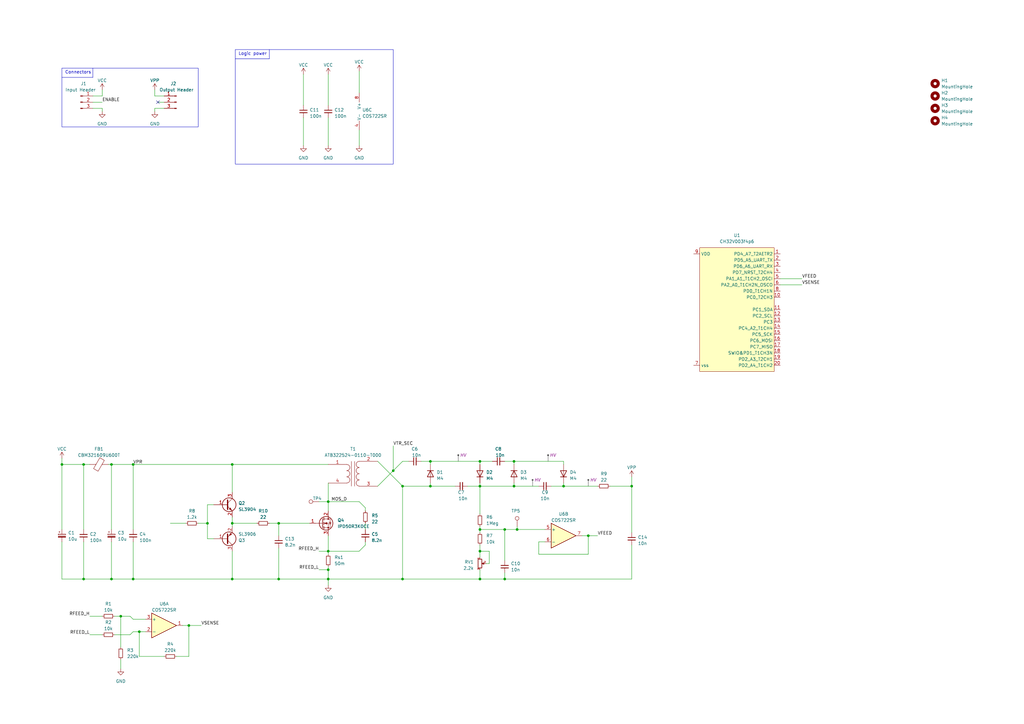
<source format=kicad_sch>
(kicad_sch (version 20230121) (generator eeschema)
  (paper "A3")
  (title_block (title "170V Boost converter and controller") (rev "V1") (company "Alessandro Mauri"))
  (lib_symbols
    (symbol "Amplifier_Operational:AD8620" (pin_names (offset 0.127))
      (property "Reference" "U" (at 0 5.08 0))
      (property "Value" "AD8620" (at 0 -5.08 0))
      (symbol "AD8620_1_1"
        (polyline (pts (xy -5.08 5.08) (xy 5.08 0) (xy -5.08 -5.08) (xy -5.08 5.08)) (stroke (width 0.254)) (fill (type background)))
        (pin output line (at 7.62 0 180) (length 2.54) (name "~") (number "1"))
        (pin input line (at -7.62 -2.54 0) (length 2.54) (name "-") (number "2"))
        (pin input line (at -7.62 2.54 0) (length 2.54) (name "+") (number "3"))
      )
      (symbol "AD8620_2_1"
        (polyline (pts (xy -5.08 5.08) (xy 5.08 0) (xy -5.08 -5.08) (xy -5.08 5.08)) (stroke (width 0.254)) (fill (type background)))
        (pin input line (at -7.62 2.54 0) (length 2.54) (name "+") (number "5"))
        (pin input line (at -7.62 -2.54 0) (length 2.54) (name "-") (number "6"))
        (pin output line (at 7.62 0 180) (length 2.54) (name "~") (number "7"))
      )
      (symbol "AD8620_3_1"
        (pin power_in line (at -2.54 -7.62 90) (length 3.81) (name "V-") (number "4"))
        (pin power_in line (at -2.54 7.62 270) (length 3.81) (name "V+") (number "8"))
      )
    )
    (symbol "CH32V003:CH32V003f4p6"
      (property "Reference" "U" (at 0 31.75 0))
      (property "Value" "CH32V003f4p6" (at -7.62 0 90))
      (symbol "CH32V003f4p6_1_1"
        (rectangle (start -15.24 27.94) (end 15.24 -22.86) (fill (type background)))
        (pin bidirectional line (at 17.78 25.4 180) (length 2.54) (name "PD4_A7_T2AETR2") (number "1"))
        (pin bidirectional line (at 17.78 7.62 180) (length 2.54) (name "PC0_T2CH3") (number "10"))
        (pin bidirectional line (at 17.78 2.54 180) (length 2.54) (name "PC1_SDA") (number "11"))
        (pin bidirectional line (at 17.78 0 180) (length 2.54) (name "PC2_SCL") (number "12"))
        (pin bidirectional line (at 17.78 -2.54 180) (length 2.54) (name "PC3") (number "13"))
        (pin bidirectional line (at 17.78 -5.08 180) (length 2.54) (name "PC4_A2_T1CH4") (number "14"))
        (pin bidirectional line (at 17.78 -7.62 180) (length 2.54) (name "PC5_SCK") (number "15"))
        (pin bidirectional line (at 17.78 -10.16 180) (length 2.54) (name "PC6_MOSI") (number "16"))
        (pin bidirectional line (at 17.78 -12.7 180) (length 2.54) (name "PC7_MISO") (number "17"))
        (pin bidirectional line (at 17.78 -15.24 180) (length 2.54) (name "SWIO&PD1_T1CH3N") (number "18"))
        (pin bidirectional line (at 17.78 -17.78 180) (length 2.54) (name "PD2_A3_T2CH1") (number "19"))
        (pin bidirectional line (at 17.78 22.86 180) (length 2.54) (name "PD5_A5_UART_TX") (number "2"))
        (pin bidirectional line (at 17.78 -20.32 180) (length 2.54) (name "PD2_A4_T1CH2") (number "20"))
        (pin bidirectional line (at 17.78 20.32 180) (length 2.54) (name "PD6_A6_UART_RX") (number "3"))
        (pin bidirectional line (at 17.78 17.78 180) (length 2.54) (name "PD7_NRST_T2CH4") (number "4"))
        (pin bidirectional line (at 17.78 15.24 180) (length 2.54) (name "PA1_A1_T1CH2_OSCI") (number "5"))
        (pin bidirectional line (at 17.78 12.7 180) (length 2.54) (name "PA2_A0_T1CH2N_OSCO") (number "6"))
        (pin power_in line (at -17.78 -20.32 0) (length 2.54) (name "vss") (number "7"))
        (pin bidirectional line (at 17.78 10.16 180) (length 2.54) (name "PD0_T1CH1N") (number "8"))
        (pin power_in line (at -17.78 25.4 0) (length 2.54) (name "VDD") (number "9"))
      )
    )
    (symbol "Connector:Conn_01x03_Pin" (pin_names (offset 1.016) hide)
      (property "Reference" "J" (at 0 5.08 0))
      (property "Value" "Conn_01x03_Pin" (at 0 -5.08 0))
      (symbol "Conn_01x03_Pin_1_1"
        (polyline (pts (xy 1.27 -2.54) (xy 0.8636 -2.54)) (stroke (width 0.1524)))
        (polyline (pts (xy 1.27 0) (xy 0.8636 0)) (stroke (width 0.1524)))
        (polyline (pts (xy 1.27 2.54) (xy 0.8636 2.54)) (stroke (width 0.1524)))
        (rectangle (start 0.8636 -2.413) (end 0 -2.667) (stroke (width 0.1524)) (fill (type outline)))
        (rectangle (start 0.8636 0.127) (end 0 -0.127) (stroke (width 0.1524)) (fill (type outline)))
        (rectangle (start 0.8636 2.667) (end 0 2.413) (stroke (width 0.1524)) (fill (type outline)))
        (pin passive line (at 5.08 2.54 180) (length 3.81) (name "Pin_1") (number "1"))
        (pin passive line (at 5.08 0 180) (length 3.81) (name "Pin_2") (number "2"))
        (pin passive line (at 5.08 -2.54 180) (length 3.81) (name "Pin_3") (number "3"))
      )
    )
    (symbol "Connector:TestPoint" (pin_numbers hide) (pin_names (offset 0.762) hide)
      (property "Reference" "TP" (at 0 6.858 0))
      (property "Value" "TestPoint" (at 0 5.08 0))
      (symbol "TestPoint_0_1"
        (circle (center 0 3.302) (radius 0.762))
      )
      (symbol "TestPoint_1_1"
        (pin passive line (at 0 0 90) (length 2.54) (name "1") (number "1"))
      )
    )
    (symbol "Device:C_Polarized_Small" (pin_numbers hide) (pin_names (offset 0.254) hide)
      (property "Reference" "C" (at 0.254 1.778 0))
      (property "Value" "C_Polarized_Small" (at 0.254 -2.032 0))
      (symbol "C_Polarized_Small_0_1"
        (rectangle (start -1.524 -0.3048) (end 1.524 -0.6858) (fill (type outline)))
        (rectangle (start -1.524 0.6858) (end 1.524 0.3048))
        (polyline (pts (xy -1.27 1.524) (xy -0.762 1.524)))
        (polyline (pts (xy -1.016 1.27) (xy -1.016 1.778)))
      )
      (symbol "C_Polarized_Small_1_1"
        (pin passive line (at 0 2.54 270) (length 1.8542) (name "~") (number "1"))
        (pin passive line (at 0 -2.54 90) (length 1.8542) (name "~") (number "2"))
      )
    )
    (symbol "Device:C_Small" (pin_numbers hide) (pin_names (offset 0.254) hide)
      (property "Reference" "C" (at 0.254 1.778 0))
      (property "Value" "C_Small" (at 0.254 -2.032 0))
      (symbol "C_Small_0_1"
        (polyline (pts (xy -1.524 -0.508) (xy 1.524 -0.508)) (stroke (width 0.3302)))
        (polyline (pts (xy -1.524 0.508) (xy 1.524 0.508)) (stroke (width 0.3048)))
      )
      (symbol "C_Small_1_1"
        (pin passive line (at 0 2.54 270) (length 2.032) (name "~") (number "1"))
        (pin passive line (at 0 -2.54 90) (length 2.032) (name "~") (number "2"))
      )
    )
    (symbol "Device:FerriteBead" (pin_numbers hide) (pin_names (offset 0))
      (property "Reference" "FB" (at -3.81 0.635 90))
      (property "Value" "FerriteBead" (at 3.81 0 90))
      (symbol "FerriteBead_0_1"
        (polyline (pts (xy 0 -1.27) (xy 0 -1.2192)))
        (polyline (pts (xy 0 1.27) (xy 0 1.2954)))
        (polyline (pts (xy -2.7686 0.4064) (xy -1.7018 2.2606) (xy 2.7686 -0.3048) (xy 1.6764 -2.159) (xy -2.7686 0.4064)))
      )
      (symbol "FerriteBead_1_1"
        (pin passive line (at 0 3.81 270) (length 2.54) (name "~") (number "1"))
        (pin passive line (at 0 -3.81 90) (length 2.54) (name "~") (number "2"))
      )
    )
    (symbol "Device:R_Potentiometer_Small" (pin_names (offset 1.016) hide)
      (property "Reference" "RV" (at -4.445 0 90))
      (property "Value" "R_Potentiometer_Small" (at -2.54 0 90))
      (symbol "R_Potentiometer_Small_0_1"
        (polyline (pts (xy 0.889 0) (xy 0.635 0) (xy 1.651 0.381) (xy 1.651 -0.381) (xy 0.635 0) (xy 0.889 0)) (fill (type outline)))
        (rectangle (start 0.762 1.8034) (end -0.762 -1.8034) (stroke (width 0.254)))
      )
      (symbol "R_Potentiometer_Small_1_1"
        (pin passive line (at 0 2.54 270) (length 0.635) (name "1") (number "1"))
        (pin passive line (at 2.54 0 180) (length 0.9906) (name "2") (number "2"))
        (pin passive line (at 0 -2.54 90) (length 0.635) (name "3") (number "3"))
      )
    )
    (symbol "Device:R_Small" (pin_numbers hide) (pin_names (offset 0.254) hide)
      (property "Reference" "R" (at 0.762 0.508 0))
      (property "Value" "R_Small" (at 0.762 -1.016 0))
      (symbol "R_Small_0_1"
        (rectangle (start -0.762 1.778) (end 0.762 -1.778) (stroke (width 0.2032)))
      )
      (symbol "R_Small_1_1"
        (pin passive line (at 0 2.54 270) (length 0.762) (name "~") (number "1"))
        (pin passive line (at 0 -2.54 90) (length 0.762) (name "~") (number "2"))
      )
    )
    (symbol "Diode:US2FA" (pin_numbers hide) (pin_names hide)
      (property "Reference" "D" (at 0 2.54 0))
      (property "Value" "US2FA" (at 0 -2.54 0))
      (symbol "US2FA_0_1"
        (polyline (pts (xy -1.27 1.27) (xy -1.27 -1.27)) (stroke (width 0.254)))
        (polyline (pts (xy 1.27 0) (xy -1.27 0)))
        (polyline (pts (xy 1.27 1.27) (xy 1.27 -1.27) (xy -1.27 0) (xy 1.27 1.27)) (stroke (width 0.254)))
      )
      (symbol "US2FA_1_1"
        (pin passive line (at -3.81 0 0) (length 2.54) (name "K") (number "1"))
        (pin passive line (at 3.81 0 180) (length 2.54) (name "A") (number "2"))
      )
    )
    (symbol "Mechanical:MountingHole" (pin_names (offset 1.016))
      (property "Reference" "H" (at 0 5.08 0))
      (property "Value" "MountingHole" (at 0 3.175 0))
      (symbol "MountingHole_0_1"
        (circle (center 0 0) (radius 1.27) (stroke (width 1.27)))
      )
    )
    (symbol "Transistor_BJT:MMBT3904" (pin_names (offset 0) hide)
      (property "Reference" "Q" (at 5.08 1.905 0))
      (property "Value" "MMBT3904" (at 5.08 0 0))
      (symbol "MMBT3904_0_1"
        (polyline (pts (xy 0.635 0.635) (xy 2.54 2.54)))
        (polyline (pts (xy 0.635 -0.635) (xy 2.54 -2.54) (xy 2.54 -2.54)))
        (polyline (pts (xy 0.635 1.905) (xy 0.635 -1.905) (xy 0.635 -1.905)) (stroke (width 0.508)))
        (polyline (pts (xy 1.27 -1.778) (xy 1.778 -1.27) (xy 2.286 -2.286) (xy 1.27 -1.778) (xy 1.27 -1.778)) (fill (type outline)))
        (circle (center 1.27 0) (radius 2.8194) (stroke (width 0.254)))
      )
      (symbol "MMBT3904_1_1"
        (pin input line (at -5.08 0 0) (length 5.715) (name "B") (number "1"))
        (pin passive line (at 2.54 -5.08 90) (length 2.54) (name "E") (number "2"))
        (pin passive line (at 2.54 5.08 270) (length 2.54) (name "C") (number "3"))
      )
    )
    (symbol "Transistor_BJT:MMBT3906" (pin_names (offset 0) hide)
      (property "Reference" "Q" (at 5.08 1.905 0))
      (property "Value" "MMBT3906" (at 5.08 0 0))
      (symbol "MMBT3906_0_1"
        (polyline (pts (xy 0.635 0.635) (xy 2.54 2.54)))
        (polyline (pts (xy 0.635 -0.635) (xy 2.54 -2.54) (xy 2.54 -2.54)))
        (polyline (pts (xy 0.635 1.905) (xy 0.635 -1.905) (xy 0.635 -1.905)) (stroke (width 0.508)))
        (polyline (pts (xy 2.286 -1.778) (xy 1.778 -2.286) (xy 1.27 -1.27) (xy 2.286 -1.778) (xy 2.286 -1.778)) (fill (type outline)))
        (circle (center 1.27 0) (radius 2.8194) (stroke (width 0.254)))
      )
      (symbol "MMBT3906_1_1"
        (pin input line (at -5.08 0 0) (length 5.715) (name "B") (number "1"))
        (pin passive line (at 2.54 -5.08 90) (length 2.54) (name "E") (number "2"))
        (pin passive line (at 2.54 5.08 270) (length 2.54) (name "C") (number "3"))
      )
    )
    (symbol "Transistor_FET:IPD50R3K0CE" (pin_names hide)
      (property "Reference" "Q" (at 5.08 1.905 0))
      (property "Value" "IPD50R3K0CE" (at 5.08 0 0))
      (symbol "IPD50R3K0CE_0_1"
        (polyline (pts (xy 0.254 0) (xy -2.54 0)))
        (polyline (pts (xy 0.254 1.905) (xy 0.254 -1.905)) (stroke (width 0.254)))
        (polyline (pts (xy 0.762 -1.27) (xy 0.762 -2.286)) (stroke (width 0.254)))
        (polyline (pts (xy 0.762 0.508) (xy 0.762 -0.508)) (stroke (width 0.254)))
        (polyline (pts (xy 0.762 2.286) (xy 0.762 1.27)) (stroke (width 0.254)))
        (polyline (pts (xy 2.54 2.54) (xy 2.54 1.778)))
        (polyline (pts (xy 2.54 -2.54) (xy 2.54 0) (xy 0.762 0)))
        (polyline (pts (xy 0.762 -1.778) (xy 3.302 -1.778) (xy 3.302 1.778) (xy 0.762 1.778)))
        (polyline (pts (xy 1.016 0) (xy 2.032 0.381) (xy 2.032 -0.381) (xy 1.016 0)) (fill (type outline)))
        (polyline (pts (xy 2.794 0.508) (xy 2.921 0.381) (xy 3.683 0.381) (xy 3.81 0.254)))
        (polyline (pts (xy 3.302 0.381) (xy 2.921 -0.254) (xy 3.683 -0.254) (xy 3.302 0.381)))
        (circle (center 1.651 0) (radius 2.794) (stroke (width 0.254)))
        (circle (center 2.54 -1.778) (radius 0.254) (fill (type outline)))
        (circle (center 2.54 1.778) (radius 0.254) (fill (type outline)))
      )
      (symbol "IPD50R3K0CE_1_1"
        (pin input line (at -5.08 0 0) (length 2.54) (name "G") (number "1"))
        (pin passive line (at 2.54 5.08 270) (length 2.54) (name "D") (number "2"))
        (pin passive line (at 2.54 -5.08 90) (length 2.54) (name "S") (number "3"))
      )
    )
    (symbol "lcsc_misc:ATB322524-0110-T000"
      (property "Reference" "T" (at 0 3.81 0))
      (property "Value" "ATB322524-0110-T000" (at 1.27 1.27 0))
      (symbol "ATB322524-0110-T000_0_1"
        (arc (start -2.54 -11.4046) (mid -1.6561 -11.0363) (end -1.27 -10.16))
        (arc (start -2.54 -8.8646) (mid -1.6561 -8.4963) (end -1.27 -7.62))
        (arc (start -2.54 -6.3246) (mid -1.6561 -5.9563) (end -1.27 -5.08))
        (arc (start -1.27 -10.16) (mid -1.642 -9.262) (end -2.54 -8.89))
        (arc (start -1.27 -7.62) (mid -1.642 -6.722) (end -2.54 -6.35))
        (arc (start -1.27 -5.08) (mid -1.642 -4.182) (end -2.54 -3.81))
        (polyline (pts (xy -0.635 -2.54) (xy -0.635 -12.7)))
        (polyline (pts (xy 0.635 -12.7) (xy 0.635 -2.54)))
        (arc (start 1.2954 -8.89) (mid 1.6599 -9.7701) (end 2.54 -10.1346))
        (arc (start 1.2954 -6.35) (mid 1.6599 -7.2301) (end 2.54 -7.5946))
        (arc (start 1.2954 -3.81) (mid 1.6599 -4.6901) (end 2.54 -5.0546))
        (arc (start 1.3208 -11.43) (mid 1.6854 -12.3099) (end 2.5654 -12.6746))
        (arc (start 2.54 -7.62) (mid 1.6458 -7.9885) (end 1.2954 -8.89))
        (arc (start 2.54 -5.08) (mid 1.6458 -5.4485) (end 1.2954 -6.35))
        (arc (start 2.54 -2.54) (mid 1.6458 -2.9085) (end 1.2954 -3.81))
        (arc (start 2.5654 -10.16) (mid 1.6709 -10.5283) (end 1.3208 -11.43))
      )
      (symbol "ATB322524-0110-T000_1_1"
        (pin passive line (at -10.16 -3.81 0) (length 7.62) (name "") (number "1"))
        (pin passive line (at 10.16 -2.54 180) (length 7.62) (name "") (number "2"))
        (pin passive line (at 10.16 -12.7 180) (length 7.62) (name "") (number "3"))
        (pin passive line (at -10.16 -11.43 0) (length 7.62) (name "") (number "4"))
      )
    )
    (symbol "power:GND" (power) (pin_names (offset 0))
      (property "Value" "GND" (at 0 -3.81 0))
      (symbol "GND_0_1"
        (polyline (pts (xy 0 0) (xy 0 -1.27) (xy 1.27 -1.27) (xy 0 -2.54) (xy -1.27 -1.27) (xy 0 -1.27)))
      )
      (symbol "GND_1_1"
        (pin power_in line (at 0 0 270) (length 0) hide (name "GND") (number "1"))
      )
    )
    (symbol "power:VCC" (power) (pin_names (offset 0))
      (property "Value" "VCC" (at 0 3.81 0))
      (symbol "VCC_0_1"
        (polyline (pts (xy -0.762 1.27) (xy 0 2.54)))
        (polyline (pts (xy 0 0) (xy 0 2.54)))
        (polyline (pts (xy 0 2.54) (xy 0.762 1.27)))
      )
      (symbol "VCC_1_1"
        (pin power_in line (at 0 0 90) (length 0) hide (name "VCC") (number "1"))
      )
    )
    (symbol "power:VPP" (power) (pin_names (offset 0))
      (property "Value" "VPP" (at 0 3.81 0))
      (symbol "VPP_0_1"
        (polyline (pts (xy -0.762 1.27) (xy 0 2.54)))
        (polyline (pts (xy 0 0) (xy 0 2.54)))
        (polyline (pts (xy 0 2.54) (xy 0.762 1.27)))
      )
      (symbol "VPP_1_1"
        (pin power_in line (at 0 0 90) (length 0) hide (name "VPP") (number "1"))
      )
    )
  )
  (junction (at 231.14 199.39))
  (junction (at 196.85 217.17))
  (junction (at 34.29 237.49))
  (junction (at 54.61 237.49))
  (junction (at 114.3 237.49))
  (junction (at 241.3 219.71))
  (junction (at 210.82 199.39))
  (junction (at 57.15 259.08))
  (junction (at 196.85 237.49))
  (junction (at 77.47 256.54))
  (junction (at 165.1 237.49))
  (junction (at 49.53 252.73))
  (junction (at 114.3 214.63))
  (junction (at 95.25 237.49))
  (junction (at 259.08 199.39))
  (junction (at 176.53 189.23))
  (junction (at 85.09 214.63))
  (junction (at 176.53 199.39))
  (junction (at 54.61 190.5))
  (junction (at 196.85 189.23))
  (junction (at 134.62 237.49))
  (junction (at 45.72 190.5))
  (junction (at 161.29 193.04))
  (junction (at 207.01 237.49))
  (junction (at 165.1 199.39))
  (junction (at 34.29 190.5))
  (junction (at 196.85 199.39))
  (junction (at 210.82 189.23))
  (junction (at 95.25 190.5))
  (junction (at 134.62 233.68))
  (junction (at 207.01 217.17))
  (junction (at 95.25 214.63))
  (junction (at 25.4 190.5))
  (junction (at 45.72 237.49))
  (junction (at 196.85 226.06))
  (junction (at 134.62 205.74))
  (junction (at 134.62 226.06))
  (junction (at 212.09 217.17))
  (no_connect (at 64.77 41.91))
  (wire (pts (xy 46.99 252.73) (xy 49.53 252.73)))
  (wire (pts (xy 95.25 190.5) (xy 134.62 190.5)))
  (wire (pts (xy 25.4 190.5) (xy 25.4 217.17)))
  (wire (pts (xy 149.86 223.52) (xy 147.32 226.06)))
  (wire (pts (xy 95.25 237.49) (xy 114.3 237.49)))
  (wire (pts (xy 200.66 226.06) (xy 200.66 231.14)))
  (wire (pts (xy 196.85 189.23) (xy 196.85 190.5)))
  (wire (pts (xy 207.01 237.49) (xy 259.08 237.49)))
  (wire (pts (xy 46.99 260.35) (xy 53.34 260.35)))
  (wire (pts (xy 220.98 222.25) (xy 220.98 227.33)))
  (wire (pts (xy 134.62 232.41) (xy 134.62 233.68)))
  (wire (pts (xy 250.19 199.39) (xy 259.08 199.39)))
  (wire (pts (xy 165.1 199.39) (xy 176.53 199.39)))
  (wire (pts (xy 44.45 190.5) (xy 45.72 190.5)))
  (wire (pts (xy 176.53 199.39) (xy 186.69 199.39)))
  (wire (pts (xy 64.77 41.91) (xy 67.31 41.91)))
  (wire (pts (xy 134.62 205.74) (xy 134.62 209.55)))
  (wire (pts (xy 134.62 237.49) (xy 134.62 240.03)))
  (wire (pts (xy 149.86 208.28) (xy 147.32 205.74)))
  (wire (pts (xy 49.53 270.51) (xy 49.53 274.32)))
  (wire (pts (xy 196.85 217.17) (xy 196.85 218.44)))
  (wire (pts (xy 154.94 189.23) (xy 165.1 199.39)))
  (wire (pts (xy 49.53 252.73) (xy 49.53 265.43)))
  (wire (pts (xy 77.47 256.54) (xy 82.55 256.54)))
  (wire (pts (xy 196.85 199.39) (xy 210.82 199.39)))
  (wire (pts (xy 165.1 237.49) (xy 196.85 237.49)))
  (wire (pts (xy 63.5 44.45) (xy 67.31 44.45)))
  (wire (pts (xy 199.39 231.14) (xy 200.66 231.14)))
  (wire (pts (xy 34.29 190.5) (xy 36.83 190.5)))
  (wire (pts (xy 134.62 226.06) (xy 147.32 226.06)))
  (wire (pts (xy 147.32 29.21) (xy 147.32 38.1)))
  (wire (pts (xy 45.72 190.5) (xy 45.72 217.17)))
  (wire (pts (xy 57.15 259.08) (xy 57.15 269.24)))
  (wire (pts (xy 57.15 269.24) (xy 67.31 269.24)))
  (wire (pts (xy 34.29 237.49) (xy 45.72 237.49)))
  (wire (pts (xy 54.61 190.5) (xy 54.61 217.17)))
  (wire (pts (xy 25.4 187.96) (xy 25.4 190.5)))
  (wire (pts (xy 161.29 182.88) (xy 161.29 193.04)))
  (wire (pts (xy 25.4 222.25) (xy 25.4 237.49)))
  (wire (pts (xy 45.72 237.49) (xy 54.61 237.49)))
  (wire (pts (xy 41.91 44.45) (xy 41.91 45.72)))
  (wire (pts (xy 45.72 190.5) (xy 54.61 190.5)))
  (wire (pts (xy 176.53 189.23) (xy 196.85 189.23)))
  (wire (pts (xy 196.85 226.06) (xy 196.85 228.6)))
  (wire (pts (xy 226.06 199.39) (xy 231.14 199.39)))
  (wire (pts (xy 134.62 198.12) (xy 134.62 205.74)))
  (wire (pts (xy 114.3 237.49) (xy 134.62 237.49)))
  (polyline (pts (xy 25.4 31.75) (xy 38.1 31.75)))
  (wire (pts (xy 134.62 48.26) (xy 134.62 59.69)))
  (wire (pts (xy 207.01 217.17) (xy 207.01 229.87)))
  (wire (pts (xy 231.14 199.39) (xy 245.11 199.39)))
  (wire (pts (xy 53.34 260.35) (xy 54.61 259.08)))
  (wire (pts (xy 176.53 189.23) (xy 176.53 190.5)))
  (wire (pts (xy 124.46 30.48) (xy 124.46 43.18)))
  (wire (pts (xy 130.81 226.06) (xy 134.62 226.06)))
  (wire (pts (xy 74.93 256.54) (xy 77.47 256.54)))
  (wire (pts (xy 196.85 223.52) (xy 196.85 226.06)))
  (wire (pts (xy 231.14 198.12) (xy 231.14 199.39)))
  (wire (pts (xy 196.85 189.23) (xy 201.93 189.23)))
  (polyline (pts (xy 38.1 27.94) (xy 38.1 31.75)))
  (wire (pts (xy 134.62 205.74) (xy 147.32 205.74)))
  (wire (pts (xy 36.83 252.73) (xy 41.91 252.73)))
  (wire (pts (xy 130.81 233.68) (xy 134.62 233.68)))
  (wire (pts (xy 45.72 222.25) (xy 45.72 237.49)))
  (wire (pts (xy 231.14 189.23) (xy 231.14 190.5)))
  (wire (pts (xy 36.83 260.35) (xy 41.91 260.35)))
  (wire (pts (xy 95.25 212.09) (xy 95.25 214.63)))
  (wire (pts (xy 210.82 198.12) (xy 210.82 199.39)))
  (wire (pts (xy 114.3 224.79) (xy 114.3 237.49)))
  (wire (pts (xy 210.82 199.39) (xy 220.98 199.39)))
  (wire (pts (xy 85.09 207.01) (xy 87.63 207.01)))
  (wire (pts (xy 196.85 237.49) (xy 207.01 237.49)))
  (wire (pts (xy 25.4 237.49) (xy 34.29 237.49)))
  (wire (pts (xy 207.01 189.23) (xy 210.82 189.23)))
  (wire (pts (xy 220.98 227.33) (xy 241.3 227.33)))
  (wire (pts (xy 191.77 199.39) (xy 196.85 199.39)))
  (wire (pts (xy 54.61 254) (xy 59.69 254)))
  (wire (pts (xy 41.91 36.83) (xy 41.91 39.37)))
  (wire (pts (xy 196.85 198.12) (xy 196.85 199.39)))
  (wire (pts (xy 25.4 190.5) (xy 34.29 190.5)))
  (wire (pts (xy 196.85 233.68) (xy 196.85 237.49)))
  (wire (pts (xy 134.62 237.49) (xy 165.1 237.49)))
  (wire (pts (xy 95.25 214.63) (xy 105.41 214.63)))
  (wire (pts (xy 54.61 222.25) (xy 54.61 237.49)))
  (wire (pts (xy 81.28 214.63) (xy 85.09 214.63)))
  (wire (pts (xy 259.08 199.39) (xy 259.08 218.44)))
  (wire (pts (xy 63.5 44.45) (xy 63.5 45.72)))
  (wire (pts (xy 63.5 36.83) (xy 63.5 39.37)))
  (wire (pts (xy 320.04 116.84) (xy 328.93 116.84)))
  (wire (pts (xy 134.62 219.71) (xy 134.62 226.06)))
  (wire (pts (xy 241.3 219.71) (xy 245.11 219.71)))
  (wire (pts (xy 130.81 205.74) (xy 134.62 205.74)))
  (wire (pts (xy 72.39 269.24) (xy 77.47 269.24)))
  (wire (pts (xy 196.85 199.39) (xy 196.85 210.82)))
  (wire (pts (xy 241.3 219.71) (xy 241.3 227.33)))
  (wire (pts (xy 34.29 190.5) (xy 34.29 217.17)))
  (wire (pts (xy 212.09 217.17) (xy 223.52 217.17)))
  (wire (pts (xy 320.04 114.3) (xy 328.93 114.3)))
  (wire (pts (xy 176.53 198.12) (xy 176.53 199.39)))
  (wire (pts (xy 149.86 208.28) (xy 149.86 209.55)))
  (polyline (pts (xy 96.52 24.13) (xy 110.49 24.13)))
  (wire (pts (xy 134.62 226.06) (xy 134.62 227.33)))
  (wire (pts (xy 49.53 252.73) (xy 53.34 252.73)))
  (wire (pts (xy 38.1 41.91) (xy 41.91 41.91)))
  (wire (pts (xy 220.98 222.25) (xy 223.52 222.25)))
  (wire (pts (xy 154.94 199.39) (xy 161.29 193.04)))
  (wire (pts (xy 196.85 217.17) (xy 207.01 217.17)))
  (wire (pts (xy 147.32 53.34) (xy 147.32 59.69)))
  (wire (pts (xy 95.25 214.63) (xy 95.25 215.9)))
  (wire (pts (xy 238.76 219.71) (xy 241.3 219.71)))
  (wire (pts (xy 38.1 39.37) (xy 41.91 39.37)))
  (wire (pts (xy 54.61 237.49) (xy 95.25 237.49)))
  (wire (pts (xy 77.47 256.54) (xy 77.47 269.24)))
  (wire (pts (xy 85.09 220.98) (xy 87.63 220.98)))
  (wire (pts (xy 95.25 226.06) (xy 95.25 237.49)))
  (wire (pts (xy 54.61 259.08) (xy 57.15 259.08)))
  (wire (pts (xy 161.29 193.04) (xy 165.1 189.23)))
  (wire (pts (xy 196.85 215.9) (xy 196.85 217.17)))
  (wire (pts (xy 95.25 190.5) (xy 95.25 201.93)))
  (wire (pts (xy 210.82 189.23) (xy 210.82 190.5)))
  (wire (pts (xy 41.91 44.45) (xy 38.1 44.45)))
  (wire (pts (xy 57.15 259.08) (xy 59.69 259.08)))
  (polyline (pts (xy 110.49 20.32) (xy 110.49 24.13)))
  (wire (pts (xy 110.49 214.63) (xy 114.3 214.63)))
  (wire (pts (xy 134.62 233.68) (xy 134.62 237.49)))
  (wire (pts (xy 149.86 214.63) (xy 149.86 217.17)))
  (wire (pts (xy 85.09 207.01) (xy 85.09 214.63)))
  (wire (pts (xy 85.09 214.63) (xy 85.09 220.98)))
  (wire (pts (xy 114.3 214.63) (xy 127 214.63)))
  (wire (pts (xy 172.72 189.23) (xy 176.53 189.23)))
  (wire (pts (xy 165.1 199.39) (xy 165.1 237.49)))
  (wire (pts (xy 207.01 234.95) (xy 207.01 237.49)))
  (wire (pts (xy 259.08 195.58) (xy 259.08 199.39)))
  (wire (pts (xy 114.3 214.63) (xy 114.3 219.71)))
  (wire (pts (xy 196.85 226.06) (xy 200.66 226.06)))
  (wire (pts (xy 149.86 222.25) (xy 149.86 223.52)))
  (wire (pts (xy 53.34 252.73) (xy 54.61 254)))
  (wire (pts (xy 212.09 215.9) (xy 212.09 217.17)))
  (wire (pts (xy 165.1 189.23) (xy 167.64 189.23)))
  (wire (pts (xy 210.82 189.23) (xy 231.14 189.23)))
  (wire (pts (xy 69.85 214.63) (xy 76.2 214.63)))
  (wire (pts (xy 134.62 30.48) (xy 134.62 43.18)))
  (wire (pts (xy 207.01 217.17) (xy 212.09 217.17)))
  (wire (pts (xy 259.08 223.52) (xy 259.08 237.49)))
  (wire (pts (xy 63.5 39.37) (xy 67.31 39.37)))
  (wire (pts (xy 34.29 222.25) (xy 34.29 237.49)))
  (wire (pts (xy 124.46 48.26) (xy 124.46 59.69)))
  (wire (pts (xy 54.61 190.5) (xy 95.25 190.5)))
  (rectangle (start 25.4 27.94) (end 81.28 52.07))
  (rectangle (start 96.52 20.32) (end 161.29 67.31))
  (text "Logic power\n" (at 97.79 22.86 0) (effects (font (size 1.27 1.27)) (justify left bottom)))
  (text "Connectors\n" (at 26.67 30.48 0) (effects (font (size 1.27 1.27)) (justify left bottom)))
  (label "VFEED" (at 328.93 114.3 0))
  (label "RFEED_H" (at 130.81 226.06 180))
  (label "VFEED" (at 245.11 219.71 0))
  (label "RFEED_H" (at 36.83 252.73 180))
  (label "VSENSE" (at 328.93 116.84 0))
  (label "VSENSE" (at 82.55 256.54 0))
  (label "VPR" (at 54.61 190.5 0))
  (label "ENABLE" (at 41.91 41.91 0))
  (label "RFEED_L" (at 36.83 260.35 180))
  (label "MOS_D" (at 135.89 205.74 0))
  (label "RFEED_L" (at 130.81 233.68 180))
  (label "VTR_SEC" (at 161.29 182.88 0))
  (netclass_flag "" (length 2.54) (shape dot) (at 187.96 189.23 0) (property "Netclass" "HV" (at 188.6585 186.69 0) (effects (font italic) (justify left))))
  (netclass_flag "" (length 2.54) (shape dot) (at 224.79 189.23 0) (property "Netclass" "HV" (at 225.4885 186.69 0) (effects (font italic) (justify left))))
  (netclass_flag "" (length 2.54) (shape dot) (at 218.44 199.39 0) (property "Netclass" "HV" (at 219.1385 196.85 0) (effects (font italic) (justify left))))
  (netclass_flag "" (length 2.54) (shape dot) (at 241.3 199.39 0) (property "Netclass" "HV" (at 241.9985 196.85 0) (effects (font italic) (justify left))))
  (symbol (lib_id "Diode:US2FA") (at 196.85 194.31 90) (unit 1)
    (property "Reference" "D2" (at 199.39 193.675 90) (effects (justify right)))
    (property "Value" "M4" (at 199.39 196.215 90) (effects (justify right)))
    (property "Footprint" "Diode_SMD:D_SMA" (effects hide))
    (property "Datasheet" "https://datasheet.lcsc.com/lcsc/1912111437_Shandong-Jingdao-Microelectronics-M4_C383019.pdf" (effects hide))
    (property "Sim.Device" "D" (effects hide))
    (property "Sim.Pins" "1=K 2=A" (effects hide))
    (property "LCSC" "C383019" (effects hide))
  )
  (symbol (lib_id "power:GND") (at 134.62 59.69 0) (unit 1)
    (property "Reference" "#PWR019" (effects hide))
    (property "Value" "GND" (at 134.62 64.77 0))
  )
  (symbol (lib_id "Device:C_Small") (at 54.61 219.71 0) (unit 1)
    (property "Reference" "C4" (at 57.15 219.0813 0) (effects (justify left)))
    (property "Value" "100n" (at 57.15 221.6213 0) (effects (justify left)))
    (property "Footprint" "Capacitor_SMD:C_0805_2012Metric_Pad1.18x1.45mm_HandSolder" (effects hide))
    (property "LCSC" "C38141" (effects hide))
  )
  (symbol (lib_id "Device:C_Polarized_Small") (at 25.4 219.71 0) (unit 1)
    (property "Reference" "C1" (at 27.94 218.5289 0) (effects (justify left)))
    (property "Value" "10u" (at 27.94 221.0689 0) (effects (justify left)))
    (property "Footprint" "Capacitor_SMD:CP_Elec_4x5.4" (effects hide))
    (property "LCSC" "C72485" (effects hide))
  )
  (symbol (lib_id "power:VCC") (at 41.91 36.83 0) (unit 1)
    (property "Reference" "#PWR02" (effects hide))
    (property "Value" "VCC" (at 41.91 33.02 0))
  )
  (symbol (lib_id "Device:R_Potentiometer_Small") (at 196.85 231.14 0) (unit 1)
    (property "Reference" "RV1" (at 194.31 230.505 0) (effects (justify right)))
    (property "Value" "2.2k" (at 194.31 233.045 0) (effects (justify right)))
    (property "Footprint" "lcsc_misc:VG039NCHXTB222" (effects hide))
    (property "LCSC" "C145162" (effects hide))
  )
  (symbol (lib_id "Diode:US2FA") (at 176.53 194.31 270) (unit 1)
    (property "Reference" "D1" (at 179.07 193.675 90) (effects (justify left)))
    (property "Value" "M4" (at 179.07 196.215 90) (effects (justify left)))
    (property "Footprint" "Diode_SMD:D_SMA" (effects hide))
    (property "Datasheet" "https://datasheet.lcsc.com/lcsc/1912111437_Shandong-Jingdao-Microelectronics-M4_C383019.pdf" (effects hide))
    (property "Sim.Device" "D" (effects hide))
    (property "Sim.Pins" "1=K 2=A" (effects hide))
    (property "LCSC" "C383019" (effects hide))
  )
  (symbol (lib_id "power:GND") (at 63.5 45.72 0) (unit 1)
    (property "Reference" "#PWR06" (effects hide))
    (property "Value" "GND" (at 63.5 50.8 0))
  )
  (symbol (lib_id "Mechanical:MountingHole") (at 383.54 49.53 0) (unit 1)
    (property "Reference" "H4" (at 386.08 48.26 0) (effects (justify left)))
    (property "Value" "MountingHole" (at 386.08 50.8 0) (effects (justify left)))
    (property "Footprint" "MountingHole:MountingHole_2.2mm_M2_DIN965" (effects hide))
  )
  (symbol (lib_id "Device:R_Small") (at 44.45 252.73 90) (mirror x) (unit 1)
    (property "Reference" "R1" (at 44.45 247.65 90))
    (property "Value" "10k" (at 44.45 250.19 90))
    (property "Footprint" "Resistor_SMD:R_0805_2012Metric_Pad1.20x1.40mm_HandSolder" (effects hide))
    (property "LCSC" "C17513" (effects hide))
  )
  (symbol (lib_id "Connector:TestPoint") (at 130.81 205.74 90) (unit 1)
    (property "Reference" "TP4" (at 128.27 204.47 90) (effects (justify right)))
    (property "Value" "TestPoint" (effects hide))
    (property "Footprint" "TestPoint:TestPoint_Pad_D1.5mm" (effects hide))
  )
  (symbol (lib_id "Connector:TestPoint") (at 212.09 215.9 0) (unit 1)
    (property "Reference" "TP5" (at 213.36 209.55 0) (effects (justify right)))
    (property "Value" "TestPoint" (effects hide))
    (property "Footprint" "TestPoint:TestPoint_Pad_D1.5mm" (effects hide))
  )
  (symbol (lib_id "power:GND") (at 134.62 240.03 0) (unit 1)
    (property "Reference" "#PWR09" (effects hide))
    (property "Value" "GND" (at 134.62 245.11 0))
  )
  (symbol (lib_id "Transistor_BJT:MMBT3906") (at 92.71 220.98 0) (mirror x) (unit 1)
    (property "Reference" "Q3" (at 97.79 221.615 0) (effects (justify left)))
    (property "Value" "SL3906" (at 97.79 219.075 0) (effects (justify left)))
    (property "Footprint" "Package_TO_SOT_SMD:SOT-23_Handsoldering" (effects hide))
    (property "Datasheet" "https://datasheet.lcsc.com/lcsc/1912111437_Slkor-SLKORMICRO-Elec--SL3906_C337069.pdf" (effects hide))
    (property "LCSC" "C337069" (effects hide))
  )
  (symbol (lib_id "Device:FerriteBead") (at 40.64 190.5 90) (unit 1)
    (property "Reference" "FB1" (at 40.5892 184.15 90))
    (property "Value" "CBM321609U600T" (at 40.5892 186.69 90))
    (property "Footprint" "Resistor_SMD:R_1206_3216Metric_Pad1.30x1.75mm_HandSolder" (effects hide))
    (property "LCSC" "C85841" (effects hide))
  )
  (symbol (lib_id "Device:R_Small") (at 134.62 229.87 0) (unit 1)
    (property "Reference" "Rs1" (at 137.16 228.6 0) (effects (justify left)))
    (property "Value" "50m" (at 137.16 231.14 0) (effects (justify left)))
    (property "Footprint" "Resistor_SMD:R_1206_3216Metric_Pad1.30x1.75mm_HandSolder" (effects hide))
    (property "LCSC" "C105362" (effects hide))
  )
  (symbol (lib_id "Connector:Conn_01x03_Pin") (at 33.02 41.91 0) (unit 1)
    (property "Reference" "J1" (at 34.29 34.29 0))
    (property "Value" "Input Header" (at 33.02 36.83 0))
    (property "Footprint" "Connector_PinHeader_2.54mm:PinHeader_1x03_P2.54mm_Vertical" (effects hide))
  )
  (symbol (lib_id "Device:C_Small") (at 149.86 219.71 0) (unit 1)
    (property "Reference" "C5" (at 152.4 219.0813 0) (effects (justify left)))
    (property "Value" "8.2n" (at 152.4 221.6213 0) (effects (justify left)))
    (property "Footprint" "Capacitor_SMD:C_0805_2012Metric_Pad1.18x1.45mm_HandSolder" (effects hide))
    (property "LCSC" "C513580" (effects hide))
  )
  (symbol (lib_id "Device:C_Small") (at 34.29 219.71 0) (unit 1)
    (property "Reference" "C2" (at 36.83 219.0813 0) (effects (justify left)))
    (property "Value" "100n" (at 36.83 221.6213 0) (effects (justify left)))
    (property "Footprint" "Capacitor_SMD:C_0805_2012Metric_Pad1.18x1.45mm_HandSolder" (effects hide))
    (property "LCSC" "C38141" (effects hide))
  )
  (symbol (lib_id "power:GND") (at 41.91 45.72 0) (mirror y) (unit 1)
    (property "Reference" "#PWR03" (effects hide))
    (property "Value" "GND" (at 41.91 50.8 0))
  )
  (symbol (lib_id "power:VPP") (at 63.5 36.83 0) (unit 1)
    (property "Reference" "#PWR05" (effects hide))
    (property "Value" "VPP" (at 63.5 33.02 0))
  )
  (symbol (lib_id "Device:R_Small") (at 78.74 214.63 90) (unit 1)
    (property "Reference" "R8" (at 78.74 209.55 90))
    (property "Value" "1.2k" (at 78.74 212.09 90))
    (property "Footprint" "Resistor_SMD:R_0805_2012Metric_Pad1.20x1.40mm_HandSolder" (effects hide))
    (property "LCSC" "C103956" (effects hide))
  )
  (symbol (lib_id "Amplifier_Operational:AD8620") (at 231.14 219.71 0) (unit 2)
    (property "Reference" "U6" (at 231.14 210.82 0))
    (property "Value" "COS722SR" (at 231.14 213.36 0))
    (property "Footprint" "Package_SO:SOIC-8_3.9x4.9mm_P1.27mm" (effects hide))
    (property "Datasheet" "https://datasheet.lcsc.com/lcsc/2006301840_COSINE-COS722SR_C693063.pdf" (effects hide))
    (property "LCSC" "C693063 " (effects hide))
  )
  (symbol (lib_id "Device:C_Small") (at 124.46 45.72 0) (unit 1)
    (property "Reference" "C11" (at 127 45.0913 0) (effects (justify left)))
    (property "Value" "100n" (at 127 47.6313 0) (effects (justify left)))
    (property "Footprint" "Capacitor_SMD:C_0805_2012Metric_Pad1.18x1.45mm_HandSolder" (effects hide))
    (property "LCSC" "C38141" (effects hide))
  )
  (symbol (lib_id "lcsc_misc:ATB322524-0110-T000") (at 144.78 186.69 0) (unit 1)
    (property "Reference" "T1" (at 144.78 184.15 0))
    (property "Value" "ATB322524-0110-T000" (at 144.78 186.69 0))
    (property "Footprint" "lcsc_misc:ATB322524-0110-T000" (effects hide))
    (property "Datasheet" "https://datasheet.lcsc.com/lcsc/1810201243_TDK-ATB322524-0110-T000_C249001.pdf" (effects hide))
    (property "LCSC" "C415291" (effects hide))
  )
  (symbol (lib_id "Device:C_Small") (at 170.18 189.23 90) (unit 1)
    (property "Reference" "C6" (at 171.45 184.15 90) (effects (justify left)))
    (property "Value" "10n" (at 172.72 186.69 90) (effects (justify left)))
    (property "Footprint" "Capacitor_SMD:C_1206_3216Metric_Pad1.33x1.80mm_HandSolder" (effects hide))
    (property "LCSC" "C440004" (effects hide))
  )
  (symbol (lib_id "Device:C_Small") (at 189.23 199.39 90) (unit 1)
    (property "Reference" "C7" (at 190.5 201.93 90) (effects (justify left)))
    (property "Value" "10n" (at 191.77 204.47 90) (effects (justify left)))
    (property "Footprint" "Capacitor_SMD:C_1206_3216Metric_Pad1.33x1.80mm_HandSolder" (effects hide))
    (property "LCSC" "C440004" (effects hide))
  )
  (symbol (lib_id "Device:C_Small") (at 207.01 232.41 0) (unit 1)
    (property "Reference" "C10" (at 209.55 231.1463 0) (effects (justify left)))
    (property "Value" "10n" (at 209.55 233.6863 0) (effects (justify left)))
    (property "Footprint" "Capacitor_SMD:C_0805_2012Metric_Pad1.18x1.45mm_HandSolder" (effects hide))
    (property "LCSC" "C440004" (effects hide))
  )
  (symbol (lib_id "Device:R_Small") (at 44.45 260.35 90) (unit 1)
    (property "Reference" "R2" (at 44.45 255.27 90))
    (property "Value" "10k" (at 44.45 257.81 90))
    (property "Footprint" "Resistor_SMD:R_0805_2012Metric_Pad1.20x1.40mm_HandSolder" (effects hide))
    (property "LCSC" "C17513" (effects hide))
  )
  (symbol (lib_id "power:GND") (at 147.32 59.69 0) (unit 1)
    (property "Reference" "#PWR036" (effects hide))
    (property "Value" "GND" (at 147.32 64.77 0))
  )
  (symbol (lib_id "power:VPP") (at 259.08 195.58 0) (unit 1)
    (property "Reference" "#PWR021" (effects hide))
    (property "Value" "VPP" (at 259.08 191.77 0))
  )
  (symbol (lib_id "Device:C_Small") (at 114.3 222.25 0) (unit 1)
    (property "Reference" "C13" (at 116.84 220.9863 0) (effects (justify left)))
    (property "Value" "8.2n" (at 116.84 223.5263 0) (effects (justify left)))
    (property "Footprint" "Capacitor_SMD:C_0805_2012Metric_Pad1.18x1.45mm_HandSolder" (effects hide))
    (property "LCSC" "C1710" (effects hide))
  )
  (symbol (lib_id "Device:C_Small") (at 204.47 189.23 90) (unit 1)
    (property "Reference" "C8" (at 205.74 184.15 90) (effects (justify left)))
    (property "Value" "10n" (at 207.01 186.69 90) (effects (justify left)))
    (property "Footprint" "Capacitor_SMD:C_1206_3216Metric_Pad1.33x1.80mm_HandSolder" (effects hide))
    (property "LCSC" "C440004" (effects hide))
  )
  (symbol (lib_id "CH32V003:CH32V003f4p6") (at 302.26 129.54 0) (unit 1)
    (property "Reference" "U1" (at 302.26 96.52 0))
    (property "Value" "CH32V003f4p6" (at 302.26 99.06 0))
    (property "Footprint" "Package_SO:TSSOP-20_4.4x6.5mm_P0.65mm" (effects hide))
    (property "Datasheet" "https://github.com/cnlohr/ch32v003fun" (effects hide))
  )
  (symbol (lib_id "power:GND") (at 49.53 274.32 0) (unit 1)
    (property "Reference" "#PWR04" (effects hide))
    (property "Value" "GND" (at 49.53 279.4 0))
  )
  (symbol (lib_id "Device:C_Polarized_Small") (at 45.72 219.71 0) (unit 1)
    (property "Reference" "C3" (at 48.26 218.5289 0) (effects (justify left)))
    (property "Value" "10u" (at 48.26 221.0689 0) (effects (justify left)))
    (property "Footprint" "Capacitor_SMD:CP_Elec_4x5.4" (effects hide))
    (property "LCSC" "C72485" (effects hide))
  )
  (symbol (lib_id "Mechanical:MountingHole") (at 383.54 34.29 0) (unit 1)
    (property "Reference" "H1" (at 386.08 33.02 0) (effects (justify left)))
    (property "Value" "MountingHole" (at 386.08 35.56 0) (effects (justify left)))
    (property "Footprint" "MountingHole:MountingHole_2.2mm_M2_DIN965" (effects hide))
  )
  (symbol (lib_id "power:VCC") (at 124.46 30.48 0) (unit 1)
    (property "Reference" "#PWR016" (effects hide))
    (property "Value" "VCC" (at 124.46 26.67 0))
  )
  (symbol (lib_id "Device:C_Small") (at 259.08 220.98 0) (unit 1)
    (property "Reference" "C14" (at 261.62 220.3513 0) (effects (justify left)))
    (property "Value" "10n" (at 261.62 222.8913 0) (effects (justify left)))
    (property "Footprint" "Capacitor_SMD:C_1206_3216Metric_Pad1.33x1.80mm_HandSolder" (effects hide))
    (property "LCSC" "C76989" (effects hide))
  )
  (symbol (lib_id "Amplifier_Operational:AD8620") (at 67.31 256.54 0) (unit 1)
    (property "Reference" "U6" (at 67.31 247.65 0))
    (property "Value" "COS722SR" (at 67.31 250.19 0))
    (property "Footprint" "Package_SO:SOIC-8_3.9x4.9mm_P1.27mm" (effects hide))
    (property "Datasheet" "https://datasheet.lcsc.com/lcsc/2006301840_COSINE-COS722SR_C693063.pdf" (effects hide))
    (property "LCSC" "C693063 " (effects hide))
  )
  (symbol (lib_id "Device:R_Small") (at 196.85 213.36 0) (unit 1)
    (property "Reference" "R6" (at 199.39 212.09 0) (effects (justify left)))
    (property "Value" "1Meg" (at 199.39 214.63 0) (effects (justify left)))
    (property "Footprint" "Resistor_SMD:R_0805_2012Metric_Pad1.20x1.40mm_HandSolder" (effects hide))
    (property "LCSC" "C2933468" (effects hide))
  )
  (symbol (lib_id "Amplifier_Operational:AD8620") (at 149.86 45.72 0) (unit 3)
    (property "Reference" "U6" (at 148.59 45.085 0) (effects (justify left)))
    (property "Value" "COS722SR" (at 148.59 47.625 0) (effects (justify left)))
    (property "Footprint" "Package_SO:SOIC-8_3.9x4.9mm_P1.27mm" (effects hide))
    (property "Datasheet" "https://datasheet.lcsc.com/lcsc/2006301840_COSINE-COS722SR_C693063.pdf" (effects hide))
    (property "LCSC" "C693063 " (effects hide))
  )
  (symbol (lib_id "Device:R_Small") (at 69.85 269.24 270) (unit 1)
    (property "Reference" "R4" (at 69.85 264.16 90))
    (property "Value" "220k" (at 69.85 266.7 90))
    (property "Footprint" "Resistor_SMD:R_0805_2012Metric_Pad1.20x1.40mm_HandSolder" (effects hide))
    (property "LCSC" "C103948" (effects hide))
  )
  (symbol (lib_id "Connector:Conn_01x03_Pin") (at 72.39 41.91 0) (mirror y) (unit 1)
    (property "Reference" "J2" (at 71.12 34.29 0))
    (property "Value" "Output Header" (at 72.39 36.83 0))
    (property "Footprint" "Connector_PinHeader_2.54mm:PinHeader_1x03_P2.54mm_Vertical" (effects hide))
  )
  (symbol (lib_id "Diode:US2FA") (at 210.82 194.31 270) (unit 1)
    (property "Reference" "D3" (at 213.36 193.675 90) (effects (justify left)))
    (property "Value" "M4" (at 213.36 196.215 90) (effects (justify left)))
    (property "Footprint" "Diode_SMD:D_SMA" (effects hide))
    (property "Datasheet" "https://datasheet.lcsc.com/lcsc/1912111437_Shandong-Jingdao-Microelectronics-M4_C383019.pdf" (effects hide))
    (property "Sim.Device" "D" (effects hide))
    (property "Sim.Pins" "1=K 2=A" (effects hide))
    (property "LCSC" "C383019" (effects hide))
  )
  (symbol (lib_id "Mechanical:MountingHole") (at 383.54 39.37 0) (unit 1)
    (property "Reference" "H2" (at 386.08 38.1 0) (effects (justify left)))
    (property "Value" "MountingHole" (at 386.08 40.64 0) (effects (justify left)))
    (property "Footprint" "MountingHole:MountingHole_2.2mm_M2_DIN965" (effects hide))
  )
  (symbol (lib_id "Transistor_BJT:MMBT3904") (at 92.71 207.01 0) (unit 1)
    (property "Reference" "Q2" (at 97.79 206.375 0) (effects (justify left)))
    (property "Value" "SL3904" (at 97.79 208.915 0) (effects (justify left)))
    (property "Footprint" "Package_TO_SOT_SMD:SOT-23_Handsoldering" (effects hide))
    (property "Datasheet" "https://datasheet.lcsc.com/lcsc/1912111437_Slkor-SLKORMICRO-Elec--SL3904_C337068.pdf" (effects hide))
    (property "LCSC" "C337068" (effects hide))
  )
  (symbol (lib_id "Device:R_Small") (at 247.65 199.39 90) (unit 1)
    (property "Reference" "R9" (at 247.65 194.31 90))
    (property "Value" "22" (at 247.65 196.85 90))
    (property "Footprint" "Resistor_SMD:R_0805_2012Metric_Pad1.20x1.40mm_HandSolder" (effects hide))
    (property "LCSC" "C17561" (effects hide))
  )
  (symbol (lib_id "Diode:US2FA") (at 231.14 194.31 90) (unit 1)
    (property "Reference" "D4" (at 233.68 193.675 90) (effects (justify right)))
    (property "Value" "M4" (at 233.68 196.215 90) (effects (justify right)))
    (property "Footprint" "Diode_SMD:D_SMA" (effects hide))
    (property "Datasheet" "https://datasheet.lcsc.com/lcsc/1912111437_Shandong-Jingdao-Microelectronics-M4_C383019.pdf" (effects hide))
    (property "Sim.Device" "D" (effects hide))
    (property "Sim.Pins" "1=K 2=A" (effects hide))
    (property "LCSC" "C383019" (effects hide))
  )
  (symbol (lib_id "power:VCC") (at 25.4 187.96 0) (unit 1)
    (property "Reference" "#PWR01" (effects hide))
    (property "Value" "VCC" (at 25.4 184.15 0))
  )
  (symbol (lib_id "Device:R_Small") (at 196.85 220.98 0) (unit 1)
    (property "Reference" "R7" (at 199.39 219.71 0) (effects (justify left)))
    (property "Value" "10k" (at 199.39 222.25 0) (effects (justify left)))
    (property "Footprint" "Resistor_SMD:R_0805_2012Metric_Pad1.20x1.40mm_HandSolder" (effects hide))
  )
  (symbol (lib_id "Device:R_Small") (at 149.86 212.09 0) (unit 1)
    (property "Reference" "R5" (at 152.4 211.455 0) (effects (justify left)))
    (property "Value" "22" (at 152.4 213.995 0) (effects (justify left)))
    (property "Footprint" "Resistor_SMD:R_0805_2012Metric_Pad1.20x1.40mm_HandSolder" (effects hide))
    (property "LCSC" "C17561" (effects hide))
  )
  (symbol (lib_id "Device:C_Small") (at 134.62 45.72 0) (unit 1)
    (property "Reference" "C12" (at 137.16 45.0913 0) (effects (justify left)))
    (property "Value" "100n" (at 137.16 47.6313 0) (effects (justify left)))
    (property "Footprint" "Capacitor_SMD:C_0805_2012Metric_Pad1.18x1.45mm_HandSolder" (effects hide))
    (property "LCSC" "C38141" (effects hide))
  )
  (symbol (lib_id "power:VCC") (at 134.62 30.48 0) (unit 1)
    (property "Reference" "#PWR018" (effects hide))
    (property "Value" "VCC" (at 134.62 26.67 0))
  )
  (symbol (lib_id "Mechanical:MountingHole") (at 383.54 44.45 0) (unit 1)
    (property "Reference" "H3" (at 386.08 43.18 0) (effects (justify left)))
    (property "Value" "MountingHole" (at 386.08 45.72 0) (effects (justify left)))
    (property "Footprint" "MountingHole:MountingHole_2.2mm_M2_DIN965" (effects hide))
  )
  (symbol (lib_id "power:VCC") (at 147.32 29.21 0) (unit 1)
    (property "Reference" "#PWR035" (effects hide))
    (property "Value" "VCC" (at 147.32 25.4 0))
  )
  (symbol (lib_id "Transistor_FET:IPD50R3K0CE") (at 132.08 214.63 0) (unit 1)
    (property "Reference" "Q4" (at 138.43 213.36 0) (effects (justify left)))
    (property "Value" "IPD50R3K0CE" (at 138.43 215.9 0) (effects (justify left)))
    (property "Footprint" "Package_TO_SOT_SMD:SOT-23_Handsoldering" (effects hide))
    (property "Datasheet" "https://www.infineon.com/dgdl/IPx50R3K0CE_2_0.pdf?folderId=db3a3043163797a6011637d4bae7003b&fileId=db3a304339dcf4b10139e7e9ff592ce4" (effects hide))
  )
  (symbol (lib_id "power:GND") (at 124.46 59.69 0) (unit 1)
    (property "Reference" "#PWR017" (effects hide))
    (property "Value" "GND" (at 124.46 64.77 0))
  )
  (symbol (lib_id "Device:C_Small") (at 223.52 199.39 90) (unit 1)
    (property "Reference" "C9" (at 223.52 201.93 90))
    (property "Value" "10n" (at 223.52 204.47 90))
    (property "Footprint" "Capacitor_SMD:C_1206_3216Metric_Pad1.33x1.80mm_HandSolder" (effects hide))
    (property "LCSC" "C440004" (effects hide))
  )
  (symbol (lib_id "Device:R_Small") (at 49.53 267.97 180) (unit 1)
    (property "Reference" "R3" (at 52.07 266.7 0) (effects (justify right)))
    (property "Value" "220k" (at 52.07 269.24 0) (effects (justify right)))
    (property "Footprint" "Resistor_SMD:R_0805_2012Metric_Pad1.20x1.40mm_HandSolder" (effects hide))
    (property "LCSC" "C103948" (effects hide))
  )
  (symbol (lib_id "Device:R_Small") (at 107.95 214.63 90) (unit 1)
    (property "Reference" "R10" (at 107.95 209.55 90))
    (property "Value" "22" (at 107.95 212.09 90))
    (property "Footprint" "Resistor_SMD:R_0805_2012Metric_Pad1.20x1.40mm_HandSolder" (effects hide))
    (property "LCSC" "C25278" (effects hide))
  )
)
</source>
